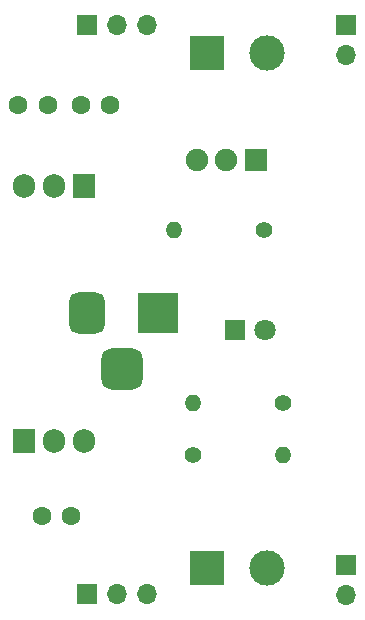
<source format=gbs>
%TF.GenerationSoftware,KiCad,Pcbnew,8.0.3*%
%TF.CreationDate,2024-07-22T06:59:44+03:00*%
%TF.ProjectId,Project 2 - Breadboard Power Supply,50726f6a-6563-4742-9032-202d20427265,rev?*%
%TF.SameCoordinates,Original*%
%TF.FileFunction,Soldermask,Bot*%
%TF.FilePolarity,Negative*%
%FSLAX46Y46*%
G04 Gerber Fmt 4.6, Leading zero omitted, Abs format (unit mm)*
G04 Created by KiCad (PCBNEW 8.0.3) date 2024-07-22 06:59:44*
%MOMM*%
%LPD*%
G01*
G04 APERTURE LIST*
G04 Aperture macros list*
%AMRoundRect*
0 Rectangle with rounded corners*
0 $1 Rounding radius*
0 $2 $3 $4 $5 $6 $7 $8 $9 X,Y pos of 4 corners*
0 Add a 4 corners polygon primitive as box body*
4,1,4,$2,$3,$4,$5,$6,$7,$8,$9,$2,$3,0*
0 Add four circle primitives for the rounded corners*
1,1,$1+$1,$2,$3*
1,1,$1+$1,$4,$5*
1,1,$1+$1,$6,$7*
1,1,$1+$1,$8,$9*
0 Add four rect primitives between the rounded corners*
20,1,$1+$1,$2,$3,$4,$5,0*
20,1,$1+$1,$4,$5,$6,$7,0*
20,1,$1+$1,$6,$7,$8,$9,0*
20,1,$1+$1,$8,$9,$2,$3,0*%
G04 Aperture macros list end*
%ADD10R,3.000000X3.000000*%
%ADD11C,3.000000*%
%ADD12R,1.700000X1.700000*%
%ADD13O,1.700000X1.700000*%
%ADD14R,1.900000X1.900000*%
%ADD15C,1.900000*%
%ADD16C,1.600000*%
%ADD17R,1.905000X2.000000*%
%ADD18O,1.905000X2.000000*%
%ADD19C,1.400000*%
%ADD20O,1.400000X1.400000*%
%ADD21R,3.500000X3.500000*%
%ADD22RoundRect,0.750000X-0.750000X-1.000000X0.750000X-1.000000X0.750000X1.000000X-0.750000X1.000000X0*%
%ADD23RoundRect,0.875000X-0.875000X-0.875000X0.875000X-0.875000X0.875000X0.875000X-0.875000X0.875000X0*%
%ADD24R,1.800000X1.800000*%
%ADD25C,1.800000*%
G04 APERTURE END LIST*
D10*
%TO.C,J6*%
X155800000Y-116000000D03*
D11*
X160880000Y-116000000D03*
%TD*%
D12*
%TO.C,J2*%
X167600000Y-70000000D03*
D13*
X167600000Y-72540000D03*
%TD*%
D14*
%TO.C,S1*%
X159920000Y-81400000D03*
D15*
X157420000Y-81400000D03*
X154920000Y-81400000D03*
%TD*%
D16*
%TO.C,C3*%
X142300000Y-76800000D03*
X139800000Y-76800000D03*
%TD*%
D17*
%TO.C,U1*%
X145390000Y-83600000D03*
D18*
X142850000Y-83600000D03*
X140310000Y-83600000D03*
%TD*%
D12*
%TO.C,J5*%
X145600000Y-118200000D03*
D13*
X148140000Y-118200000D03*
X150680000Y-118200000D03*
%TD*%
D17*
%TO.C,U2*%
X140310000Y-105200000D03*
D18*
X142850000Y-105200000D03*
X145390000Y-105200000D03*
%TD*%
D16*
%TO.C,C2*%
X141800000Y-111600000D03*
X144300000Y-111600000D03*
%TD*%
D19*
%TO.C,R1*%
X160600000Y-87400000D03*
D20*
X152980000Y-87400000D03*
%TD*%
D19*
%TO.C,R3*%
X154600000Y-106400000D03*
D20*
X162220000Y-106400000D03*
%TD*%
D21*
%TO.C,J1*%
X151600000Y-94400000D03*
D22*
X145600000Y-94400000D03*
D23*
X148600000Y-99100000D03*
%TD*%
D16*
%TO.C,C1*%
X147600000Y-76800000D03*
X145100000Y-76800000D03*
%TD*%
D10*
%TO.C,J7*%
X155800000Y-72400000D03*
D11*
X160880000Y-72400000D03*
%TD*%
D19*
%TO.C,R2*%
X162200000Y-102000000D03*
D20*
X154580000Y-102000000D03*
%TD*%
D24*
%TO.C,D1*%
X158200000Y-95800000D03*
D25*
X160740000Y-95800000D03*
%TD*%
D12*
%TO.C,J4*%
X145600000Y-70000000D03*
D13*
X148140000Y-70000000D03*
X150680000Y-70000000D03*
%TD*%
D12*
%TO.C,J3*%
X167600000Y-115740000D03*
D13*
X167600000Y-118280000D03*
%TD*%
M02*

</source>
